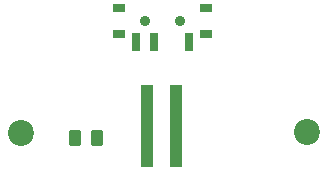
<source format=gbr>
%TF.GenerationSoftware,KiCad,Pcbnew,(6.0.9)*%
%TF.CreationDate,2022-11-12T13:39:38-06:00*%
%TF.ProjectId,ZoeBirthdayRing,5a6f6542-6972-4746-9864-617952696e67,rev?*%
%TF.SameCoordinates,Original*%
%TF.FileFunction,Soldermask,Top*%
%TF.FilePolarity,Negative*%
%FSLAX46Y46*%
G04 Gerber Fmt 4.6, Leading zero omitted, Abs format (unit mm)*
G04 Created by KiCad (PCBNEW (6.0.9)) date 2022-11-12 13:39:38*
%MOMM*%
%LPD*%
G01*
G04 APERTURE LIST*
G04 Aperture macros list*
%AMRoundRect*
0 Rectangle with rounded corners*
0 $1 Rounding radius*
0 $2 $3 $4 $5 $6 $7 $8 $9 X,Y pos of 4 corners*
0 Add a 4 corners polygon primitive as box body*
4,1,4,$2,$3,$4,$5,$6,$7,$8,$9,$2,$3,0*
0 Add four circle primitives for the rounded corners*
1,1,$1+$1,$2,$3*
1,1,$1+$1,$4,$5*
1,1,$1+$1,$6,$7*
1,1,$1+$1,$8,$9*
0 Add four rect primitives between the rounded corners*
20,1,$1+$1,$2,$3,$4,$5,0*
20,1,$1+$1,$4,$5,$6,$7,0*
20,1,$1+$1,$6,$7,$8,$9,0*
20,1,$1+$1,$8,$9,$2,$3,0*%
G04 Aperture macros list end*
%ADD10R,1.000000X7.000000*%
%ADD11C,2.200000*%
%ADD12C,0.900000*%
%ADD13R,0.700000X1.500000*%
%ADD14R,1.000000X0.800000*%
%ADD15RoundRect,0.250000X-0.262500X-0.450000X0.262500X-0.450000X0.262500X0.450000X-0.262500X0.450000X0*%
G04 APERTURE END LIST*
D10*
%TO.C,D1*%
X159170000Y-90880000D03*
X156670000Y-90880000D03*
%TD*%
D11*
%TO.C,REF\u002A\u002A*%
X146000000Y-91500000D03*
%TD*%
%TO.C,REF\u002A\u002A*%
X170200000Y-91400000D03*
%TD*%
D12*
%TO.C,SW1*%
X159500000Y-82045000D03*
X156500000Y-82045000D03*
D13*
X160250000Y-83805000D03*
X157250000Y-83805000D03*
X155750000Y-83805000D03*
D14*
X161650000Y-80945000D03*
X154350000Y-80945000D03*
X154350000Y-83155000D03*
X161650000Y-83155000D03*
%TD*%
D15*
%TO.C,R1*%
X150587500Y-91900000D03*
X152412500Y-91900000D03*
%TD*%
M02*

</source>
